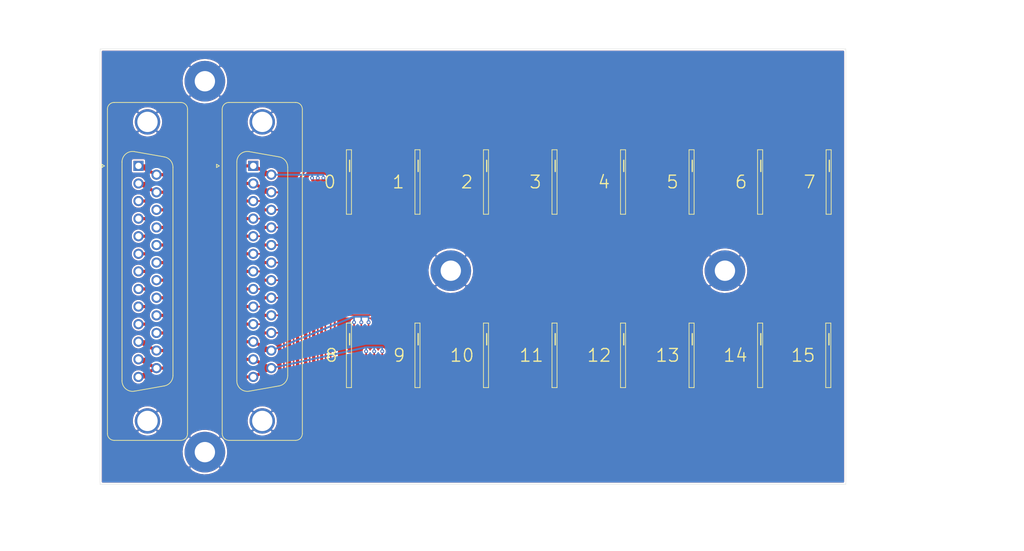
<source format=kicad_pcb>
(kicad_pcb (version 20171130) (host pcbnew 5.1.5+dfsg1-2build2)
  (layers (0 F.Cu signal) (31 B.Cu signal) (34 B.Paste user) (35 F.Paste user) (36 B.SilkS user) (37 F.SilkS user) (38 B.Mask user) (39 F.Mask user) (44 Edge.Cuts user))
  (net 0 "")
  (net 1 GND)
  (net 2 VM8_15)
  (net 3 VP8_15)
  (net 4 L15)
  (net 5 L13)
  (net 6 L11)
  (net 7 L9)
  (net 8 L7)
  (net 9 L5)
  (net 10 L3)
  (net 11 L1)
  (net 12 VP0_7)
  (net 13 VM0_7)
  (net 14 L14)
  (net 15 L12)
  (net 16 L10)
  (net 17 L8)
  (net 18 L6)
  (net 19 L4)
  (net 20 L2)
  (net 21 L0)
  (module MountingHole:MountingHole_3.2mm_M3_Pad (layer F.Cu) (at 155.575 84.455)
    (fp_text reference H4 hide)
    (fp_text value MountingHole_Pad hide)
    (pad 1 thru_hole circle (at 0 0) (size 6.4 6.4) (drill 3.2) (layers *.Cu *.Mask) (net 1 GND))
  )
  (module MountingHole:MountingHole_3.2mm_M3_Pad (layer F.Cu) (at 73.66 113.03)
    (fp_text reference H3 hide)
    (fp_text value MountingHole_Pad hide)
    (pad 1 thru_hole circle (at 0 0) (size 6.4 6.4) (drill 3.2) (layers *.Cu *.Mask) (net 1 GND))
  )
  (module MountingHole:MountingHole_3.2mm_M3_Pad (layer F.Cu) (at 112.395 84.455)
    (fp_text reference H2 hide)
    (fp_text value MountingHole_Pad hide)
    (pad 1 thru_hole circle (at 0 0) (size 6.4 6.4) (drill 3.2) (layers *.Cu *.Mask) (net 1 GND))
  )
  (module MountingHole:MountingHole_3.2mm_M3_Pad (layer F.Cu) (at 73.66 54.61)
    (fp_text reference H1 hide)
    (fp_text value MountingHole_Pad hide)
    (pad 1 thru_hole circle (at 0 0) (size 6.4 6.4) (drill 3.2) (layers *.Cu *.Mask) (net 1 GND))
  )
  (module plc88:indicator_channel_in_i (layer F.Cu) (at 170.815 90.17)
    (fp_text reference J18 hide)
    (fp_text value indicator_channel_in_i hide)
    (fp_line (start 1.143 5.969) (end 1.143 4.191) (layer F.SilkS) (width 0.2))
    (fp_line (start 1.435 12.7) (end 1.435 2.54) (layer F.SilkS) (width 0.12))
    (fp_line (start 0.635 12.7) (end 1.435 12.7) (layer F.SilkS) (width 0.12))
    (fp_line (start 0.635 2.54) (end 1.435 2.54) (layer F.SilkS) (width 0.12))
    (fp_line (start 0.635 2.54) (end 0.635 12.7) (layer F.SilkS) (width 0.12))
    (fp_text user 15 (at -2.921 7.62) (layer F.SilkS) (effects (font (size 2 2) (thickness 0.2))))
    (pad 2 smd rect (at 2.0955 10.16) (size 1.27 1.524) (layers F.Cu F.Paste F.Mask) (net 4 L15))
    (pad 3 smd rect (at -0.0635 7.62) (size 1.27 5.08) (layers F.Cu F.Paste F.Mask) (net 2 VM8_15))
    (pad 1 smd rect (at 2.0955 5.08) (size 1.27 1.524) (layers F.Cu F.Paste F.Mask) (net 3 VP8_15))
  )
  (module plc88:indicator_channel_in_i (layer F.Cu) (at 160.0835 90.17)
    (fp_text reference J17 hide)
    (fp_text value indicator_channel_in_i hide)
    (fp_line (start 1.143 5.969) (end 1.143 4.191) (layer F.SilkS) (width 0.2))
    (fp_line (start 1.435 12.7) (end 1.435 2.54) (layer F.SilkS) (width 0.12))
    (fp_line (start 0.635 12.7) (end 1.435 12.7) (layer F.SilkS) (width 0.12))
    (fp_line (start 0.635 2.54) (end 1.435 2.54) (layer F.SilkS) (width 0.12))
    (fp_line (start 0.635 2.54) (end 0.635 12.7) (layer F.SilkS) (width 0.12))
    (fp_text user 14 (at -2.8575 7.62) (layer F.SilkS) (effects (font (size 2 2) (thickness 0.2))))
    (pad 2 smd rect (at 2.0955 10.16) (size 1.27 1.524) (layers F.Cu F.Paste F.Mask) (net 14 L14))
    (pad 3 smd rect (at -0.0635 7.62) (size 1.27 5.08) (layers F.Cu F.Paste F.Mask) (net 2 VM8_15))
    (pad 1 smd rect (at 2.0955 5.08) (size 1.27 1.524) (layers F.Cu F.Paste F.Mask) (net 3 VP8_15))
  )
  (module plc88:indicator_channel_in_i (layer F.Cu) (at 149.2885 90.17)
    (fp_text reference J16 hide)
    (fp_text value indicator_channel_in_i hide)
    (fp_line (start 1.143 5.969) (end 1.143 4.191) (layer F.SilkS) (width 0.2))
    (fp_line (start 1.435 12.7) (end 1.435 2.54) (layer F.SilkS) (width 0.12))
    (fp_line (start 0.635 12.7) (end 1.435 12.7) (layer F.SilkS) (width 0.12))
    (fp_line (start 0.635 2.54) (end 1.435 2.54) (layer F.SilkS) (width 0.12))
    (fp_line (start 0.635 2.54) (end 0.635 12.7) (layer F.SilkS) (width 0.12))
    (fp_text user 13 (at -2.7305 7.62) (layer F.SilkS) (effects (font (size 2 2) (thickness 0.2))))
    (pad 2 smd rect (at 2.0955 10.16) (size 1.27 1.524) (layers F.Cu F.Paste F.Mask) (net 5 L13))
    (pad 3 smd rect (at -0.0635 7.62) (size 1.27 5.08) (layers F.Cu F.Paste F.Mask) (net 2 VM8_15))
    (pad 1 smd rect (at 2.0955 5.08) (size 1.27 1.524) (layers F.Cu F.Paste F.Mask) (net 3 VP8_15))
  )
  (module plc88:indicator_channel_in_i (layer F.Cu) (at 138.4935 90.17)
    (fp_text reference J15 hide)
    (fp_text value indicator_channel_in_i hide)
    (fp_line (start 1.143 5.969) (end 1.143 4.191) (layer F.SilkS) (width 0.2))
    (fp_line (start 1.435 12.7) (end 1.435 2.54) (layer F.SilkS) (width 0.12))
    (fp_line (start 0.635 12.7) (end 1.435 12.7) (layer F.SilkS) (width 0.12))
    (fp_line (start 0.635 2.54) (end 1.435 2.54) (layer F.SilkS) (width 0.12))
    (fp_line (start 0.635 2.54) (end 0.635 12.7) (layer F.SilkS) (width 0.12))
    (fp_text user 12 (at -2.7305 7.62) (layer F.SilkS) (effects (font (size 2 2) (thickness 0.2))))
    (pad 2 smd rect (at 2.0955 10.16) (size 1.27 1.524) (layers F.Cu F.Paste F.Mask) (net 15 L12))
    (pad 3 smd rect (at -0.0635 7.62) (size 1.27 5.08) (layers F.Cu F.Paste F.Mask) (net 2 VM8_15))
    (pad 1 smd rect (at 2.0955 5.08) (size 1.27 1.524) (layers F.Cu F.Paste F.Mask) (net 3 VP8_15))
  )
  (module plc88:indicator_channel_in_i (layer F.Cu) (at 127.6985 90.17)
    (fp_text reference J14 hide)
    (fp_text value indicator_channel_in_i hide)
    (fp_line (start 1.143 5.969) (end 1.143 4.191) (layer F.SilkS) (width 0.2))
    (fp_line (start 1.435 12.7) (end 1.435 2.54) (layer F.SilkS) (width 0.12))
    (fp_line (start 0.635 12.7) (end 1.435 12.7) (layer F.SilkS) (width 0.12))
    (fp_line (start 0.635 2.54) (end 1.435 2.54) (layer F.SilkS) (width 0.12))
    (fp_line (start 0.635 2.54) (end 0.635 12.7) (layer F.SilkS) (width 0.12))
    (fp_text user 11 (at -2.6035 7.62) (layer F.SilkS) (effects (font (size 2 2) (thickness 0.2))))
    (pad 2 smd rect (at 2.0955 10.16) (size 1.27 1.524) (layers F.Cu F.Paste F.Mask) (net 6 L11))
    (pad 3 smd rect (at -0.0635 7.62) (size 1.27 5.08) (layers F.Cu F.Paste F.Mask) (net 2 VM8_15))
    (pad 1 smd rect (at 2.0955 5.08) (size 1.27 1.524) (layers F.Cu F.Paste F.Mask) (net 3 VP8_15))
  )
  (module plc88:indicator_channel_in_i (layer F.Cu) (at 116.9035 90.17)
    (fp_text reference J13 hide)
    (fp_text value indicator_channel_in_i hide)
    (fp_line (start 1.143 5.969) (end 1.143 4.191) (layer F.SilkS) (width 0.2))
    (fp_line (start 1.435 12.7) (end 1.435 2.54) (layer F.SilkS) (width 0.12))
    (fp_line (start 0.635 12.7) (end 1.435 12.7) (layer F.SilkS) (width 0.12))
    (fp_line (start 0.635 2.54) (end 1.435 2.54) (layer F.SilkS) (width 0.12))
    (fp_line (start 0.635 2.54) (end 0.635 12.7) (layer F.SilkS) (width 0.12))
    (fp_text user 10 (at -2.7305 7.62) (layer F.SilkS) (effects (font (size 2 2) (thickness 0.2))))
    (pad 2 smd rect (at 2.0955 10.16) (size 1.27 1.524) (layers F.Cu F.Paste F.Mask) (net 16 L10))
    (pad 3 smd rect (at -0.0635 7.62) (size 1.27 5.08) (layers F.Cu F.Paste F.Mask) (net 2 VM8_15))
    (pad 1 smd rect (at 2.0955 5.08) (size 1.27 1.524) (layers F.Cu F.Paste F.Mask) (net 3 VP8_15))
  )
  (module plc88:indicator_channel_in_i (layer F.Cu) (at 106.1085 90.17)
    (fp_text reference J12 hide)
    (fp_text value indicator_channel_in_i hide)
    (fp_line (start 1.143 5.969) (end 1.143 4.191) (layer F.SilkS) (width 0.2))
    (fp_line (start 1.435 12.7) (end 1.435 2.54) (layer F.SilkS) (width 0.12))
    (fp_line (start 0.635 12.7) (end 1.435 12.7) (layer F.SilkS) (width 0.12))
    (fp_line (start 0.635 2.54) (end 1.435 2.54) (layer F.SilkS) (width 0.12))
    (fp_line (start 0.635 2.54) (end 0.635 12.7) (layer F.SilkS) (width 0.12))
    (fp_text user 9 (at -1.8415 7.62) (layer F.SilkS) (effects (font (size 2 2) (thickness 0.2))))
    (pad 2 smd rect (at 2.0955 10.16) (size 1.27 1.524) (layers F.Cu F.Paste F.Mask) (net 7 L9))
    (pad 3 smd rect (at -0.0635 7.62) (size 1.27 5.08) (layers F.Cu F.Paste F.Mask) (net 2 VM8_15))
    (pad 1 smd rect (at 2.0955 5.08) (size 1.27 1.524) (layers F.Cu F.Paste F.Mask) (net 3 VP8_15))
  )
  (module plc88:indicator_channel_in_i (layer F.Cu) (at 95.3135 90.17)
    (fp_text reference J11 hide)
    (fp_text value indicator_channel_in_i hide)
    (fp_line (start 1.143 5.969) (end 1.143 4.191) (layer F.SilkS) (width 0.2))
    (fp_line (start 1.435 12.7) (end 1.435 2.54) (layer F.SilkS) (width 0.12))
    (fp_line (start 0.635 12.7) (end 1.435 12.7) (layer F.SilkS) (width 0.12))
    (fp_line (start 0.635 2.54) (end 1.435 2.54) (layer F.SilkS) (width 0.12))
    (fp_line (start 0.635 2.54) (end 0.635 12.7) (layer F.SilkS) (width 0.12))
    (fp_text user 8 (at -1.7145 7.62) (layer F.SilkS) (effects (font (size 2 2) (thickness 0.2))))
    (pad 2 smd rect (at 2.0955 10.16) (size 1.27 1.524) (layers F.Cu F.Paste F.Mask) (net 17 L8))
    (pad 3 smd rect (at -0.0635 7.62) (size 1.27 5.08) (layers F.Cu F.Paste F.Mask) (net 2 VM8_15))
    (pad 1 smd rect (at 2.0955 5.08) (size 1.27 1.524) (layers F.Cu F.Paste F.Mask) (net 3 VP8_15))
  )
  (module plc88:indicator_channel_in_i (layer F.Cu) (at 170.8785 62.865)
    (fp_text reference J10 hide)
    (fp_text value indicator_channel_in_i hide)
    (fp_line (start 1.143 5.969) (end 1.143 4.191) (layer F.SilkS) (width 0.2))
    (fp_line (start 1.435 12.7) (end 1.435 2.54) (layer F.SilkS) (width 0.12))
    (fp_line (start 0.635 12.7) (end 1.435 12.7) (layer F.SilkS) (width 0.12))
    (fp_line (start 0.635 2.54) (end 1.435 2.54) (layer F.SilkS) (width 0.12))
    (fp_line (start 0.635 2.54) (end 0.635 12.7) (layer F.SilkS) (width 0.12))
    (fp_text user 7 (at -1.9685 7.62) (layer F.SilkS) (effects (font (size 2 2) (thickness 0.2))))
    (pad 2 smd rect (at 2.0955 10.16) (size 1.27 1.524) (layers F.Cu F.Paste F.Mask) (net 8 L7))
    (pad 3 smd rect (at -0.0635 7.62) (size 1.27 5.08) (layers F.Cu F.Paste F.Mask) (net 13 VM0_7))
    (pad 1 smd rect (at 2.0955 5.08) (size 1.27 1.524) (layers F.Cu F.Paste F.Mask) (net 12 VP0_7))
  )
  (module plc88:indicator_channel_in_i (layer F.Cu) (at 160.0835 62.865)
    (fp_text reference J9 hide)
    (fp_text value indicator_channel_in_i hide)
    (fp_line (start 1.143 5.969) (end 1.143 4.191) (layer F.SilkS) (width 0.2))
    (fp_line (start 1.435 12.7) (end 1.435 2.54) (layer F.SilkS) (width 0.12))
    (fp_line (start 0.635 12.7) (end 1.435 12.7) (layer F.SilkS) (width 0.12))
    (fp_line (start 0.635 2.54) (end 1.435 2.54) (layer F.SilkS) (width 0.12))
    (fp_line (start 0.635 2.54) (end 0.635 12.7) (layer F.SilkS) (width 0.12))
    (fp_text user 6 (at -1.9685 7.62) (layer F.SilkS) (effects (font (size 2 2) (thickness 0.2))))
    (pad 2 smd rect (at 2.0955 10.16) (size 1.27 1.524) (layers F.Cu F.Paste F.Mask) (net 18 L6))
    (pad 3 smd rect (at -0.0635 7.62) (size 1.27 5.08) (layers F.Cu F.Paste F.Mask) (net 13 VM0_7))
    (pad 1 smd rect (at 2.0955 5.08) (size 1.27 1.524) (layers F.Cu F.Paste F.Mask) (net 12 VP0_7))
  )
  (module plc88:indicator_channel_in_i (layer F.Cu) (at 149.2885 62.865)
    (fp_text reference J8 hide)
    (fp_text value indicator_channel_in_i hide)
    (fp_line (start 1.143 5.969) (end 1.143 4.191) (layer F.SilkS) (width 0.2))
    (fp_line (start 1.435 12.7) (end 1.435 2.54) (layer F.SilkS) (width 0.12))
    (fp_line (start 0.635 12.7) (end 1.435 12.7) (layer F.SilkS) (width 0.12))
    (fp_line (start 0.635 2.54) (end 1.435 2.54) (layer F.SilkS) (width 0.12))
    (fp_line (start 0.635 2.54) (end 0.635 12.7) (layer F.SilkS) (width 0.12))
    (fp_text user 5 (at -1.9685 7.62) (layer F.SilkS) (effects (font (size 2 2) (thickness 0.2))))
    (pad 2 smd rect (at 2.0955 10.16) (size 1.27 1.524) (layers F.Cu F.Paste F.Mask) (net 9 L5))
    (pad 3 smd rect (at -0.0635 7.62) (size 1.27 5.08) (layers F.Cu F.Paste F.Mask) (net 13 VM0_7))
    (pad 1 smd rect (at 2.0955 5.08) (size 1.27 1.524) (layers F.Cu F.Paste F.Mask) (net 12 VP0_7))
  )
  (module plc88:indicator_channel_in_i (layer F.Cu) (at 138.4935 62.865)
    (fp_text reference J7 hide)
    (fp_text value indicator_channel_in_i hide)
    (fp_line (start 1.143 5.969) (end 1.143 4.191) (layer F.SilkS) (width 0.2))
    (fp_line (start 1.435 12.7) (end 1.435 2.54) (layer F.SilkS) (width 0.12))
    (fp_line (start 0.635 12.7) (end 1.435 12.7) (layer F.SilkS) (width 0.12))
    (fp_line (start 0.635 2.54) (end 1.435 2.54) (layer F.SilkS) (width 0.12))
    (fp_line (start 0.635 2.54) (end 0.635 12.7) (layer F.SilkS) (width 0.12))
    (fp_text user 4 (at -1.9685 7.62) (layer F.SilkS) (effects (font (size 2 2) (thickness 0.2))))
    (pad 2 smd rect (at 2.0955 10.16) (size 1.27 1.524) (layers F.Cu F.Paste F.Mask) (net 19 L4))
    (pad 3 smd rect (at -0.0635 7.62) (size 1.27 5.08) (layers F.Cu F.Paste F.Mask) (net 13 VM0_7))
    (pad 1 smd rect (at 2.0955 5.08) (size 1.27 1.524) (layers F.Cu F.Paste F.Mask) (net 12 VP0_7))
  )
  (module plc88:indicator_channel_in_i (layer F.Cu) (at 127.6985 62.865)
    (fp_text reference J6 hide)
    (fp_text value indicator_channel_in_i hide)
    (fp_line (start 1.143 5.969) (end 1.143 4.191) (layer F.SilkS) (width 0.2))
    (fp_line (start 1.435 12.7) (end 1.435 2.54) (layer F.SilkS) (width 0.12))
    (fp_line (start 0.635 12.7) (end 1.435 12.7) (layer F.SilkS) (width 0.12))
    (fp_line (start 0.635 2.54) (end 1.435 2.54) (layer F.SilkS) (width 0.12))
    (fp_line (start 0.635 2.54) (end 0.635 12.7) (layer F.SilkS) (width 0.12))
    (fp_text user 3 (at -1.9685 7.62) (layer F.SilkS) (effects (font (size 2 2) (thickness 0.2))))
    (pad 2 smd rect (at 2.0955 10.16) (size 1.27 1.524) (layers F.Cu F.Paste F.Mask) (net 10 L3))
    (pad 3 smd rect (at -0.0635 7.62) (size 1.27 5.08) (layers F.Cu F.Paste F.Mask) (net 13 VM0_7))
    (pad 1 smd rect (at 2.0955 5.08) (size 1.27 1.524) (layers F.Cu F.Paste F.Mask) (net 12 VP0_7))
  )
  (module plc88:indicator_channel_in_i (layer F.Cu) (at 116.9035 62.865)
    (fp_text reference J5 hide)
    (fp_text value indicator_channel_in_i hide)
    (fp_line (start 1.143 5.969) (end 1.143 4.191) (layer F.SilkS) (width 0.2))
    (fp_line (start 1.435 12.7) (end 1.435 2.54) (layer F.SilkS) (width 0.12))
    (fp_line (start 0.635 12.7) (end 1.435 12.7) (layer F.SilkS) (width 0.12))
    (fp_line (start 0.635 2.54) (end 1.435 2.54) (layer F.SilkS) (width 0.12))
    (fp_line (start 0.635 2.54) (end 0.635 12.7) (layer F.SilkS) (width 0.12))
    (fp_text user 2 (at -1.9685 7.62) (layer F.SilkS) (effects (font (size 2 2) (thickness 0.2))))
    (pad 2 smd rect (at 2.0955 10.16) (size 1.27 1.524) (layers F.Cu F.Paste F.Mask) (net 20 L2))
    (pad 3 smd rect (at -0.0635 7.62) (size 1.27 5.08) (layers F.Cu F.Paste F.Mask) (net 13 VM0_7))
    (pad 1 smd rect (at 2.0955 5.08) (size 1.27 1.524) (layers F.Cu F.Paste F.Mask) (net 12 VP0_7))
  )
  (module plc88:indicator_channel_in_i (layer F.Cu) (at 106.1085 62.865)
    (fp_text reference J4 hide)
    (fp_text value indicator_channel_in_i hide)
    (fp_line (start 1.143 5.969) (end 1.143 4.191) (layer F.SilkS) (width 0.2))
    (fp_line (start 1.435 12.7) (end 1.435 2.54) (layer F.SilkS) (width 0.12))
    (fp_line (start 0.635 12.7) (end 1.435 12.7) (layer F.SilkS) (width 0.12))
    (fp_line (start 0.635 2.54) (end 1.435 2.54) (layer F.SilkS) (width 0.12))
    (fp_line (start 0.635 2.54) (end 0.635 12.7) (layer F.SilkS) (width 0.12))
    (fp_text user 1 (at -1.9685 7.62) (layer F.SilkS) (effects (font (size 2 2) (thickness 0.2))))
    (pad 2 smd rect (at 2.0955 10.16) (size 1.27 1.524) (layers F.Cu F.Paste F.Mask) (net 11 L1))
    (pad 3 smd rect (at -0.0635 7.62) (size 1.27 5.08) (layers F.Cu F.Paste F.Mask) (net 13 VM0_7))
    (pad 1 smd rect (at 2.0955 5.08) (size 1.27 1.524) (layers F.Cu F.Paste F.Mask) (net 12 VP0_7))
  )
  (module plc88:indicator_channel_in_i (layer F.Cu) (at 95.3135 62.865)
    (fp_text reference J3 hide)
    (fp_text value indicator_channel_in_i hide)
    (fp_line (start 1.143 5.969) (end 1.143 4.191) (layer F.SilkS) (width 0.2))
    (fp_line (start 1.435 12.7) (end 1.435 2.54) (layer F.SilkS) (width 0.12))
    (fp_line (start 0.635 12.7) (end 1.435 12.7) (layer F.SilkS) (width 0.12))
    (fp_line (start 0.635 2.54) (end 1.435 2.54) (layer F.SilkS) (width 0.12))
    (fp_line (start 0.635 2.54) (end 0.635 12.7) (layer F.SilkS) (width 0.12))
    (fp_text user 0 (at -1.9685 7.62) (layer F.SilkS) (effects (font (size 2 2) (thickness 0.2))))
    (pad 2 smd rect (at 2.0955 10.16) (size 1.27 1.524) (layers F.Cu F.Paste F.Mask) (net 21 L0))
    (pad 3 smd rect (at -0.0635 7.62) (size 1.27 5.08) (layers F.Cu F.Paste F.Mask) (net 13 VM0_7))
    (pad 1 smd rect (at 2.0955 5.08) (size 1.27 1.524) (layers F.Cu F.Paste F.Mask) (net 12 VP0_7))
  )
  (module Connector_Dsub:DSUB-25_Female_Vertical_P2.77x2.84mm_MountingHoles (layer F.Cu) (at 81.28 67.945 90)
    (fp_text reference J2 hide)
    (fp_text value DB25_Female_MountingHoles hide)
    (fp_line (start -35.48647 -0.641744) (end -34.657733 4.058256) (layer F.SilkS) (width 0.12))
    (fp_line (start 2.24647 -0.641744) (end 1.417733 4.058256) (layer F.SilkS) (width 0.12))
    (fp_line (start -33.022952 5.43) (end -0.217048 5.43) (layer F.SilkS) (width 0.12))
    (fp_line (start -33.851689 -2.59) (end 0.611689 -2.59) (layer F.SilkS) (width 0.12))
    (fp_line (start 0 -5.351325) (end -0.25 -5.784338) (layer F.SilkS) (width 0.12))
    (fp_line (start 0.25 -5.784338) (end 0 -5.351325) (layer F.SilkS) (width 0.12))
    (fp_line (start -0.25 -5.784338) (end 0.25 -5.784338) (layer F.SilkS) (width 0.12))
    (fp_line (start -43.23 6.67) (end -43.23 -3.83) (layer F.SilkS) (width 0.12))
    (fp_line (start 8.93 7.73) (end -42.17 7.73) (layer F.SilkS) (width 0.12))
    (fp_line (start 9.99 -3.83) (end 9.99 6.67) (layer F.SilkS) (width 0.12))
    (fp_line (start -42.17 -4.89) (end 8.93 -4.89) (layer F.SilkS) (width 0.12))
    (fp_arc (start -0.217048 3.77) (end -0.217048 5.43) (angle -80) (layer F.SilkS) (width 0.12))
    (fp_arc (start -33.022952 3.77) (end -33.022952 5.43) (angle 80) (layer F.SilkS) (width 0.12))
    (fp_arc (start 0.611689 -0.93) (end 0.611689 -2.59) (angle 100) (layer F.SilkS) (width 0.12))
    (fp_arc (start -33.851689 -0.93) (end -33.851689 -2.59) (angle -100) (layer F.SilkS) (width 0.12))
    (fp_arc (start 8.93 6.67) (end 9.99 6.67) (angle 90) (layer F.SilkS) (width 0.12))
    (fp_arc (start -42.17 6.67) (end -43.23 6.67) (angle -90) (layer F.SilkS) (width 0.12))
    (fp_arc (start 8.93 -3.83) (end 8.93 -4.89) (angle 90) (layer F.SilkS) (width 0.12))
    (fp_arc (start -42.17 -3.83) (end -43.23 -3.83) (angle 90) (layer F.SilkS) (width 0.12))
    (pad 0 thru_hole circle (at 6.93 1.42 90) (size 4 4) (drill 3.2) (layers *.Cu *.Mask) (net 1 GND))
    (pad 0 thru_hole circle (at -40.17 1.42 90) (size 4 4) (drill 3.2) (layers *.Cu *.Mask) (net 1 GND))
    (pad 25 thru_hole circle (at -31.855 2.84 90) (size 1.6 1.6) (drill 1) (layers *.Cu *.Mask) (net 2 VM8_15))
    (pad 24 thru_hole circle (at -29.085 2.84 90) (size 1.6 1.6) (drill 1) (layers *.Cu *.Mask) (net 3 VP8_15))
    (pad 23 thru_hole circle (at -26.315 2.84 90) (size 1.6 1.6) (drill 1) (layers *.Cu *.Mask) (net 4 L15))
    (pad 22 thru_hole circle (at -23.545 2.84 90) (size 1.6 1.6) (drill 1) (layers *.Cu *.Mask) (net 5 L13))
    (pad 21 thru_hole circle (at -20.775 2.84 90) (size 1.6 1.6) (drill 1) (layers *.Cu *.Mask) (net 6 L11))
    (pad 20 thru_hole circle (at -18.005 2.84 90) (size 1.6 1.6) (drill 1) (layers *.Cu *.Mask) (net 7 L9))
    (pad 19 thru_hole circle (at -15.235 2.84 90) (size 1.6 1.6) (drill 1) (layers *.Cu *.Mask) (net 8 L7))
    (pad 18 thru_hole circle (at -12.465 2.84 90) (size 1.6 1.6) (drill 1) (layers *.Cu *.Mask) (net 9 L5))
    (pad 17 thru_hole circle (at -9.695 2.84 90) (size 1.6 1.6) (drill 1) (layers *.Cu *.Mask) (net 10 L3))
    (pad 16 thru_hole circle (at -6.925 2.84 90) (size 1.6 1.6) (drill 1) (layers *.Cu *.Mask) (net 11 L1))
    (pad 15 thru_hole circle (at -4.155 2.84 90) (size 1.6 1.6) (drill 1) (layers *.Cu *.Mask) (net 12 VP0_7))
    (pad 14 thru_hole circle (at -1.385 2.84 90) (size 1.6 1.6) (drill 1) (layers *.Cu *.Mask) (net 13 VM0_7))
    (pad 13 thru_hole circle (at -33.24 0 90) (size 1.6 1.6) (drill 1) (layers *.Cu *.Mask) (net 2 VM8_15))
    (pad 12 thru_hole circle (at -30.47 0 90) (size 1.6 1.6) (drill 1) (layers *.Cu *.Mask) (net 2 VM8_15))
    (pad 11 thru_hole circle (at -27.7 0 90) (size 1.6 1.6) (drill 1) (layers *.Cu *.Mask) (net 3 VP8_15))
    (pad 10 thru_hole circle (at -24.93 0 90) (size 1.6 1.6) (drill 1) (layers *.Cu *.Mask) (net 14 L14))
    (pad 9 thru_hole circle (at -22.16 0 90) (size 1.6 1.6) (drill 1) (layers *.Cu *.Mask) (net 15 L12))
    (pad 8 thru_hole circle (at -19.39 0 90) (size 1.6 1.6) (drill 1) (layers *.Cu *.Mask) (net 16 L10))
    (pad 7 thru_hole circle (at -16.62 0 90) (size 1.6 1.6) (drill 1) (layers *.Cu *.Mask) (net 17 L8))
    (pad 6 thru_hole circle (at -13.85 0 90) (size 1.6 1.6) (drill 1) (layers *.Cu *.Mask) (net 18 L6))
    (pad 5 thru_hole circle (at -11.08 0 90) (size 1.6 1.6) (drill 1) (layers *.Cu *.Mask) (net 19 L4))
    (pad 4 thru_hole circle (at -8.31 0 90) (size 1.6 1.6) (drill 1) (layers *.Cu *.Mask) (net 20 L2))
    (pad 3 thru_hole circle (at -5.54 0 90) (size 1.6 1.6) (drill 1) (layers *.Cu *.Mask) (net 21 L0))
    (pad 2 thru_hole circle (at -2.77 0 90) (size 1.6 1.6) (drill 1) (layers *.Cu *.Mask) (net 12 VP0_7))
    (pad 1 thru_hole rect (at 0 0 90) (size 1.6 1.6) (drill 1) (layers *.Cu *.Mask) (net 13 VM0_7))
  )
  (module Connector_Dsub:DSUB-25_Female_Vertical_P2.77x2.84mm_MountingHoles (layer F.Cu) (at 63.2 67.945 90)
    (fp_text reference J1 hide)
    (fp_text value DB25_Female_MountingHoles hide)
    (fp_line (start -35.48647 -0.641744) (end -34.657733 4.058256) (layer F.SilkS) (width 0.12))
    (fp_line (start 2.24647 -0.641744) (end 1.417733 4.058256) (layer F.SilkS) (width 0.12))
    (fp_line (start -33.022952 5.43) (end -0.217048 5.43) (layer F.SilkS) (width 0.12))
    (fp_line (start -33.851689 -2.59) (end 0.611689 -2.59) (layer F.SilkS) (width 0.12))
    (fp_line (start 0 -5.351325) (end -0.25 -5.784338) (layer F.SilkS) (width 0.12))
    (fp_line (start 0.25 -5.784338) (end 0 -5.351325) (layer F.SilkS) (width 0.12))
    (fp_line (start -0.25 -5.784338) (end 0.25 -5.784338) (layer F.SilkS) (width 0.12))
    (fp_line (start -43.23 6.67) (end -43.23 -3.83) (layer F.SilkS) (width 0.12))
    (fp_line (start 8.93 7.73) (end -42.17 7.73) (layer F.SilkS) (width 0.12))
    (fp_line (start 9.99 -3.83) (end 9.99 6.67) (layer F.SilkS) (width 0.12))
    (fp_line (start -42.17 -4.89) (end 8.93 -4.89) (layer F.SilkS) (width 0.12))
    (fp_arc (start -0.217048 3.77) (end -0.217048 5.43) (angle -80) (layer F.SilkS) (width 0.12))
    (fp_arc (start -33.022952 3.77) (end -33.022952 5.43) (angle 80) (layer F.SilkS) (width 0.12))
    (fp_arc (start 0.611689 -0.93) (end 0.611689 -2.59) (angle 100) (layer F.SilkS) (width 0.12))
    (fp_arc (start -33.851689 -0.93) (end -33.851689 -2.59) (angle -100) (layer F.SilkS) (width 0.12))
    (fp_arc (start 8.93 6.67) (end 9.99 6.67) (angle 90) (layer F.SilkS) (width 0.12))
    (fp_arc (start -42.17 6.67) (end -43.23 6.67) (angle -90) (layer F.SilkS) (width 0.12))
    (fp_arc (start 8.93 -3.83) (end 8.93 -4.89) (angle 90) (layer F.SilkS) (width 0.12))
    (fp_arc (start -42.17 -3.83) (end -43.23 -3.83) (angle 90) (layer F.SilkS) (width 0.12))
    (pad 0 thru_hole circle (at 6.93 1.42 90) (size 4 4) (drill 3.2) (layers *.Cu *.Mask) (net 1 GND))
    (pad 0 thru_hole circle (at -40.17 1.42 90) (size 4 4) (drill 3.2) (layers *.Cu *.Mask) (net 1 GND))
    (pad 25 thru_hole circle (at -31.855 2.84 90) (size 1.6 1.6) (drill 1) (layers *.Cu *.Mask) (net 2 VM8_15))
    (pad 24 thru_hole circle (at -29.085 2.84 90) (size 1.6 1.6) (drill 1) (layers *.Cu *.Mask) (net 3 VP8_15))
    (pad 23 thru_hole circle (at -26.315 2.84 90) (size 1.6 1.6) (drill 1) (layers *.Cu *.Mask) (net 4 L15))
    (pad 22 thru_hole circle (at -23.545 2.84 90) (size 1.6 1.6) (drill 1) (layers *.Cu *.Mask) (net 5 L13))
    (pad 21 thru_hole circle (at -20.775 2.84 90) (size 1.6 1.6) (drill 1) (layers *.Cu *.Mask) (net 6 L11))
    (pad 20 thru_hole circle (at -18.005 2.84 90) (size 1.6 1.6) (drill 1) (layers *.Cu *.Mask) (net 7 L9))
    (pad 19 thru_hole circle (at -15.235 2.84 90) (size 1.6 1.6) (drill 1) (layers *.Cu *.Mask) (net 8 L7))
    (pad 18 thru_hole circle (at -12.465 2.84 90) (size 1.6 1.6) (drill 1) (layers *.Cu *.Mask) (net 9 L5))
    (pad 17 thru_hole circle (at -9.695 2.84 90) (size 1.6 1.6) (drill 1) (layers *.Cu *.Mask) (net 10 L3))
    (pad 16 thru_hole circle (at -6.925 2.84 90) (size 1.6 1.6) (drill 1) (layers *.Cu *.Mask) (net 11 L1))
    (pad 15 thru_hole circle (at -4.155 2.84 90) (size 1.6 1.6) (drill 1) (layers *.Cu *.Mask) (net 12 VP0_7))
    (pad 14 thru_hole circle (at -1.385 2.84 90) (size 1.6 1.6) (drill 1) (layers *.Cu *.Mask) (net 13 VM0_7))
    (pad 13 thru_hole circle (at -33.24 0 90) (size 1.6 1.6) (drill 1) (layers *.Cu *.Mask) (net 2 VM8_15))
    (pad 12 thru_hole circle (at -30.47 0 90) (size 1.6 1.6) (drill 1) (layers *.Cu *.Mask) (net 2 VM8_15))
    (pad 11 thru_hole circle (at -27.7 0 90) (size 1.6 1.6) (drill 1) (layers *.Cu *.Mask) (net 3 VP8_15))
    (pad 10 thru_hole circle (at -24.93 0 90) (size 1.6 1.6) (drill 1) (layers *.Cu *.Mask) (net 14 L14))
    (pad 9 thru_hole circle (at -22.16 0 90) (size 1.6 1.6) (drill 1) (layers *.Cu *.Mask) (net 15 L12))
    (pad 8 thru_hole circle (at -19.39 0 90) (size 1.6 1.6) (drill 1) (layers *.Cu *.Mask) (net 16 L10))
    (pad 7 thru_hole circle (at -16.62 0 90) (size 1.6 1.6) (drill 1) (layers *.Cu *.Mask) (net 17 L8))
    (pad 6 thru_hole circle (at -13.85 0 90) (size 1.6 1.6) (drill 1) (layers *.Cu *.Mask) (net 18 L6))
    (pad 5 thru_hole circle (at -11.08 0 90) (size 1.6 1.6) (drill 1) (layers *.Cu *.Mask) (net 19 L4))
    (pad 4 thru_hole circle (at -8.31 0 90) (size 1.6 1.6) (drill 1) (layers *.Cu *.Mask) (net 20 L2))
    (pad 3 thru_hole circle (at -5.54 0 90) (size 1.6 1.6) (drill 1) (layers *.Cu *.Mask) (net 21 L0))
    (pad 2 thru_hole circle (at -2.77 0 90) (size 1.6 1.6) (drill 1) (layers *.Cu *.Mask) (net 12 VP0_7))
    (pad 1 thru_hole rect (at 0 0 90) (size 1.6 1.6) (drill 1) (layers *.Cu *.Mask) (net 13 VM0_7))
  )
  (gr_line (start 57.15 118.11) (end 57.15 49.53) (layer Edge.Cuts) (width 0.05))
  (gr_line (start 174.625 118.11) (end 57.15 118.11) (layer Edge.Cuts) (width 0.05))
  (gr_line (start 174.625 49.53) (end 174.625 118.11) (layer Edge.Cuts) (width 0.05))
  (gr_line (start 57.15 49.53) (end 174.625 49.53) (layer Edge.Cuts) (width 0.05))
  (segment (start 95.25 97.79) (end 99.06 97.79) (width 0.3) (layer F.Cu) (net 2))
  (segment (start 99.06 97.79) (end 100.33 97.79) (width 0.3) (layer F.Cu) (net 2))
  (segment (start 100.33 97.79) (end 101.6 97.79) (width 0.3) (layer F.Cu) (net 2))
  (segment (start 101.6 97.79) (end 170.7515 97.79) (width 0.3) (layer F.Cu) (net 2))
  (segment (start 101.6 97.79) (end 101.6 97.155) (width 0.25) (layer F.Cu) (net 2))
  (segment (start 100.33 97.79) (end 100.33 97.155) (width 0.25) (layer F.Cu) (net 2))
  (segment (start 99.06 97.79) (end 99.06 97.155) (width 0.25) (layer F.Cu) (net 2))
  (segment (start 101.6 97.155) (end 101.6 97.155) (width 0.25) (layer F.Cu) (net 2))
  (via (at 101.6 97.155) (size 0.6) (drill 0.3) (layers F.Cu B.Cu) (net 2))
  (segment (start 100.33 97.155) (end 100.33 97.155) (width 0.25) (layer F.Cu) (net 2))
  (via (at 100.33 97.155) (size 0.6) (drill 0.3) (layers F.Cu B.Cu) (net 2))
  (segment (start 99.06 97.155) (end 99.06 97.155) (width 0.25) (layer F.Cu) (net 2))
  (via (at 99.06 97.155) (size 0.6) (drill 0.3) (layers F.Cu B.Cu) (net 2))
  (segment (start 101.6 97.155) (end 101.6 96.52) (width 0.25) (layer B.Cu) (net 2))
  (segment (start 100.33 97.155) (end 100.33 96.52) (width 0.25) (layer B.Cu) (net 2))
  (segment (start 99.06 97.155) (end 99.06 96.52) (width 0.25) (layer B.Cu) (net 2))
  (segment (start 101.6 96.52) (end 99.06 96.52) (width 0.3) (layer B.Cu) (net 2))
  (segment (start 99.06 96.52) (end 84.12 99.8) (width 0.3) (layer B.Cu) (net 2))
  (segment (start 81.28 98.415) (end 84.12 99.8) (width 0.5) (layer F.Cu) (net 2))
  (segment (start 84.12 99.8) (end 81.28 101.185) (width 0.5) (layer F.Cu) (net 2))
  (segment (start 81.28 101.185) (end 63.2 101.185) (width 0.5) (layer F.Cu) (net 2))
  (segment (start 63.2 98.415) (end 81.28 98.415) (width 0.5) (layer F.Cu) (net 2))
  (segment (start 63.2 98.415) (end 66.04 99.8) (width 0.5) (layer F.Cu) (net 2))
  (segment (start 66.04 99.8) (end 63.2 101.185) (width 0.5) (layer F.Cu) (net 2))
  (segment (start 66.04 99.8) (end 84.12 99.8) (width 0.5) (layer F.Cu) (net 2))
  (segment (start 97.409 93.345) (end 97.409 95.25) (width 0.25) (layer F.Cu) (net 3))
  (segment (start 97.79 93.345) (end 97.409 93.345) (width 0.3) (layer F.Cu) (net 3))
  (segment (start 97.409 93.345) (end 97.155 93.345) (width 0.3) (layer F.Cu) (net 3))
  (segment (start 118.999 93.345) (end 118.999 95.25) (width 0.25) (layer F.Cu) (net 3))
  (segment (start 118.999 93.345) (end 108.077 93.345) (width 0.3) (layer F.Cu) (net 3))
  (segment (start 129.794 93.345) (end 129.794 95.25) (width 0.25) (layer F.Cu) (net 3))
  (segment (start 129.794 93.345) (end 118.999 93.345) (width 0.3) (layer F.Cu) (net 3))
  (segment (start 140.589 93.345) (end 140.589 95.25) (width 0.25) (layer F.Cu) (net 3))
  (segment (start 140.589 93.345) (end 129.794 93.345) (width 0.3) (layer F.Cu) (net 3))
  (segment (start 151.384 93.345) (end 151.384 95.25) (width 0.25) (layer F.Cu) (net 3))
  (segment (start 151.384 93.345) (end 140.589 93.345) (width 0.3) (layer F.Cu) (net 3))
  (segment (start 162.179 93.345) (end 162.179 95.25) (width 0.25) (layer F.Cu) (net 3))
  (segment (start 162.179 93.345) (end 151.384 93.345) (width 0.3) (layer F.Cu) (net 3))
  (segment (start 172.974 93.345) (end 162.179 93.345) (width 0.3) (layer F.Cu) (net 3))
  (segment (start 172.974 93.345) (end 172.9105 95.25) (width 0.25) (layer F.Cu) (net 3))
  (segment (start 108.077 93.345) (end 108.204 95.25) (width 0.25) (layer F.Cu) (net 3))
  (segment (start 84.12 97.03) (end 97.155 91.694) (width 0.3) (layer B.Cu) (net 3))
  (segment (start 97.155 91.694) (end 98.298 91.694) (width 0.3) (layer B.Cu) (net 3))
  (segment (start 98.298 91.694) (end 99.441 91.694) (width 0.3) (layer B.Cu) (net 3))
  (segment (start 99.441 92.329) (end 99.441 92.329) (width 0.25) (layer B.Cu) (net 3))
  (segment (start 98.298 92.329) (end 98.298 92.329) (width 0.25) (layer B.Cu) (net 3))
  (segment (start 97.155 92.329) (end 97.155 92.329) (width 0.25) (layer B.Cu) (net 3))
  (segment (start 98.298 93.345) (end 97.79 93.345) (width 0.3) (layer F.Cu) (net 3))
  (segment (start 99.441 93.345) (end 98.298 93.345) (width 0.3) (layer F.Cu) (net 3))
  (segment (start 108.077 93.345) (end 99.441 93.345) (width 0.3) (layer F.Cu) (net 3))
  (segment (start 97.155 92.583) (end 97.155 93.345) (width 0.25) (layer F.Cu) (net 3))
  (segment (start 97.155 91.694) (end 97.155 92.583) (width 0.25) (layer B.Cu) (net 3))
  (via (at 97.155 92.583) (size 0.6) (drill 0.3) (layers F.Cu B.Cu) (net 3))
  (segment (start 98.298 92.583) (end 98.298 93.345) (width 0.25) (layer F.Cu) (net 3))
  (segment (start 98.298 91.694) (end 98.298 92.583) (width 0.25) (layer B.Cu) (net 3))
  (via (at 98.298 92.583) (size 0.6) (drill 0.3) (layers F.Cu B.Cu) (net 3))
  (segment (start 99.441 92.583) (end 99.441 93.345) (width 0.25) (layer F.Cu) (net 3))
  (segment (start 99.441 91.694) (end 99.441 92.583) (width 0.25) (layer B.Cu) (net 3))
  (via (at 99.441 92.583) (size 0.6) (drill 0.3) (layers F.Cu B.Cu) (net 3))
  (segment (start 66.04 97.03) (end 84.12 97.03) (width 0.5) (layer F.Cu) (net 3))
  (segment (start 81.28 95.645) (end 63.2 95.645) (width 0.5) (layer F.Cu) (net 3))
  (segment (start 63.2 95.645) (end 66.04 97.03) (width 0.5) (layer F.Cu) (net 3))
  (segment (start 81.28 95.645) (end 84.12 97.03) (width 0.5) (layer F.Cu) (net 3))
  (segment (start 86.106 94.234) (end 84.12 94.26) (width 0.25) (layer F.Cu) (net 4))
  (segment (start 86.106 109.855) (end 86.106 94.234) (width 0.25) (layer F.Cu) (net 4))
  (segment (start 167.64 109.855) (end 86.106 109.855) (width 0.25) (layer F.Cu) (net 4))
  (segment (start 172.9105 100.33) (end 167.64 109.855) (width 0.25) (layer F.Cu) (net 4))
  (segment (start 66.04 94.26) (end 84.12 94.26) (width 0.5) (layer F.Cu) (net 4))
  (segment (start 145.415 107.315) (end 151.384 100.33) (width 0.25) (layer F.Cu) (net 5))
  (segment (start 88.9 107.315) (end 145.415 107.315) (width 0.25) (layer F.Cu) (net 5))
  (segment (start 88.9 91.44) (end 88.9 107.315) (width 0.25) (layer F.Cu) (net 5))
  (segment (start 84.12 91.49) (end 88.9 91.44) (width 0.25) (layer F.Cu) (net 5))
  (segment (start 66.04 91.49) (end 84.12 91.49) (width 0.5) (layer F.Cu) (net 5))
  (segment (start 125.73 104.775) (end 129.794 100.33) (width 0.25) (layer F.Cu) (net 6))
  (segment (start 91.44 104.775) (end 125.73 104.775) (width 0.25) (layer F.Cu) (net 6))
  (segment (start 91.44 88.773) (end 91.44 104.775) (width 0.25) (layer F.Cu) (net 6))
  (segment (start 84.12 88.72) (end 91.44 88.773) (width 0.25) (layer F.Cu) (net 6))
  (segment (start 66.04 88.72) (end 84.12 88.72) (width 0.5) (layer F.Cu) (net 6))
  (segment (start 106.045 102.235) (end 108.204 100.33) (width 0.25) (layer F.Cu) (net 7))
  (segment (start 93.472 102.235) (end 106.045 102.235) (width 0.25) (layer F.Cu) (net 7))
  (segment (start 93.472 85.979) (end 93.472 102.235) (width 0.25) (layer F.Cu) (net 7))
  (segment (start 84.12 85.95) (end 93.472 85.979) (width 0.25) (layer F.Cu) (net 7))
  (segment (start 66.04 85.95) (end 84.12 85.95) (width 0.5) (layer F.Cu) (net 7))
  (segment (start 165.1 83.185) (end 172.974 73.025) (width 0.25) (layer F.Cu) (net 8))
  (segment (start 158.75 91.44) (end 165.1 83.185) (width 0.25) (layer F.Cu) (net 8))
  (segment (start 95.885 91.44) (end 158.75 91.44) (width 0.25) (layer F.Cu) (net 8))
  (segment (start 95.885 83.185) (end 95.885 91.44) (width 0.25) (layer F.Cu) (net 8))
  (segment (start 84.12 83.18) (end 95.885 83.185) (width 0.25) (layer F.Cu) (net 8))
  (segment (start 66.04 83.18) (end 84.12 83.18) (width 0.5) (layer F.Cu) (net 8))
  (segment (start 84.12 80.41) (end 132.334 80.391) (width 0.25) (layer F.Cu) (net 9))
  (segment (start 132.334 80.391) (end 145.542 80.391) (width 0.25) (layer F.Cu) (net 9))
  (segment (start 145.542 80.391) (end 151.384 73.025) (width 0.25) (layer F.Cu) (net 9))
  (segment (start 66.04 80.41) (end 84.12 80.41) (width 0.5) (layer F.Cu) (net 9))
  (segment (start 96.52 77.597) (end 125.73 77.597) (width 0.25) (layer F.Cu) (net 10))
  (segment (start 125.73 77.597) (end 129.794 73.025) (width 0.25) (layer F.Cu) (net 10))
  (segment (start 84.12 77.64) (end 96.52 77.597) (width 0.25) (layer F.Cu) (net 10))
  (segment (start 66.04 77.64) (end 84.12 77.64) (width 0.5) (layer F.Cu) (net 10))
  (segment (start 106.045 74.93) (end 108.204 73.025) (width 0.25) (layer F.Cu) (net 11))
  (segment (start 91.948 74.803) (end 95.25 74.93) (width 0.25) (layer F.Cu) (net 11))
  (segment (start 95.25 74.93) (end 106.045 74.93) (width 0.25) (layer F.Cu) (net 11))
  (segment (start 84.12 74.87) (end 91.948 74.803) (width 0.25) (layer F.Cu) (net 11))
  (segment (start 66.04 74.87) (end 84.12 74.87) (width 0.5) (layer F.Cu) (net 11))
  (segment (start 172.974 67.945) (end 172.847 66.04) (width 0.25) (layer F.Cu) (net 12))
  (segment (start 162.179 67.945) (end 162.179 66.04) (width 0.25) (layer F.Cu) (net 12))
  (segment (start 162.179 66.04) (end 172.847 66.04) (width 0.3) (layer F.Cu) (net 12))
  (segment (start 151.257 66.04) (end 162.179 66.04) (width 0.3) (layer F.Cu) (net 12))
  (segment (start 140.462 66.04) (end 151.257 66.04) (width 0.3) (layer F.Cu) (net 12))
  (segment (start 129.667 66.04) (end 140.462 66.04) (width 0.3) (layer F.Cu) (net 12))
  (segment (start 118.999 66.04) (end 118.999 67.945) (width 0.25) (layer F.Cu) (net 12))
  (segment (start 118.999 66.04) (end 129.667 66.04) (width 0.3) (layer F.Cu) (net 12))
  (segment (start 108.204 66.04) (end 108.204 67.945) (width 0.25) (layer F.Cu) (net 12))
  (segment (start 108.204 66.04) (end 118.999 66.04) (width 0.3) (layer F.Cu) (net 12))
  (segment (start 97.409 66.04) (end 97.409 67.945) (width 0.25) (layer F.Cu) (net 12))
  (segment (start 97.409 66.04) (end 108.204 66.04) (width 0.3) (layer F.Cu) (net 12))
  (segment (start 129.794 66.04) (end 129.794 67.945) (width 0.25) (layer F.Cu) (net 12))
  (segment (start 140.589 66.04) (end 140.589 67.945) (width 0.25) (layer F.Cu) (net 12))
  (segment (start 151.384 66.04) (end 151.384 67.945) (width 0.25) (layer F.Cu) (net 12))
  (segment (start 91.059 66.04) (end 97.409 66.04) (width 0.3) (layer F.Cu) (net 12))
  (segment (start 87.249 72.136) (end 91.059 66.04) (width 0.3) (layer F.Cu) (net 12))
  (segment (start 84.12 72.1) (end 87.249 72.136) (width 0.3) (layer F.Cu) (net 12))
  (segment (start 66.04 72.1) (end 84.12 72.1) (width 0.5) (layer F.Cu) (net 12))
  (segment (start 81.28 70.715) (end 63.2 70.715) (width 0.5) (layer F.Cu) (net 12))
  (segment (start 63.2 70.715) (end 66.04 72.1) (width 0.5) (layer F.Cu) (net 12))
  (segment (start 81.28 70.715) (end 84.12 72.1) (width 0.5) (layer F.Cu) (net 12))
  (segment (start 84.12 69.33) (end 89.662 69.342) (width 0.3) (layer B.Cu) (net 13))
  (segment (start 95.25 70.485) (end 106.045 70.485) (width 0.3) (layer F.Cu) (net 13))
  (segment (start 106.045 70.485) (end 170.815 70.485) (width 0.3) (layer F.Cu) (net 13))
  (segment (start 93.853 70.485) (end 92.71 70.231) (width 0.3) (layer F.Cu) (net 13))
  (segment (start 95.25 70.485) (end 93.853 70.485) (width 0.3) (layer F.Cu) (net 13))
  (segment (start 90.551 70.231) (end 90.551 69.85) (width 0.25) (layer F.Cu) (net 13))
  (segment (start 91.44 70.231) (end 91.44 69.85) (width 0.25) (layer F.Cu) (net 13))
  (segment (start 91.44 70.231) (end 90.551 70.231) (width 0.3) (layer F.Cu) (net 13))
  (segment (start 92.329 70.231) (end 92.329 69.85) (width 0.25) (layer F.Cu) (net 13))
  (segment (start 92.71 70.231) (end 92.329 70.231) (width 0.3) (layer F.Cu) (net 13))
  (segment (start 92.329 70.231) (end 91.44 70.231) (width 0.3) (layer F.Cu) (net 13))
  (segment (start 92.329 69.85) (end 92.329 69.85) (width 0.25) (layer F.Cu) (net 13))
  (via (at 92.329 69.85) (size 0.6) (drill 0.3) (layers F.Cu B.Cu) (net 13))
  (segment (start 91.44 69.85) (end 91.44 69.85) (width 0.25) (layer F.Cu) (net 13))
  (via (at 91.44 69.85) (size 0.6) (drill 0.3) (layers F.Cu B.Cu) (net 13))
  (segment (start 90.551 69.85) (end 90.551 69.85) (width 0.25) (layer F.Cu) (net 13))
  (via (at 90.551 69.85) (size 0.6) (drill 0.3) (layers F.Cu B.Cu) (net 13))
  (segment (start 92.329 69.342) (end 92.329 69.85) (width 0.25) (layer B.Cu) (net 13))
  (segment (start 91.44 69.342) (end 91.44 69.85) (width 0.25) (layer B.Cu) (net 13))
  (segment (start 91.44 69.342) (end 92.329 69.342) (width 0.3) (layer B.Cu) (net 13))
  (segment (start 90.551 69.342) (end 90.551 69.85) (width 0.25) (layer B.Cu) (net 13))
  (segment (start 89.662 69.342) (end 90.551 69.342) (width 0.3) (layer B.Cu) (net 13))
  (segment (start 90.551 69.342) (end 91.44 69.342) (width 0.3) (layer B.Cu) (net 13))
  (segment (start 84.12 69.33) (end 66.04 69.33) (width 0.5) (layer F.Cu) (net 13))
  (segment (start 63.2 67.945) (end 81.28 67.945) (width 0.5) (layer F.Cu) (net 13))
  (segment (start 81.28 67.945) (end 84.12 69.33) (width 0.5) (layer F.Cu) (net 13))
  (segment (start 63.2 67.945) (end 66.04 69.33) (width 0.5) (layer F.Cu) (net 13))
  (segment (start 154.94 108.585) (end 162.179 100.33) (width 0.25) (layer F.Cu) (net 14))
  (segment (start 87.63 92.837) (end 87.63 108.585) (width 0.25) (layer F.Cu) (net 14))
  (segment (start 87.63 108.585) (end 154.94 108.585) (width 0.25) (layer F.Cu) (net 14))
  (segment (start 81.28 92.875) (end 87.63 92.837) (width 0.25) (layer F.Cu) (net 14))
  (segment (start 81.28 92.875) (end 63.2 92.875) (width 0.5) (layer F.Cu) (net 14))
  (segment (start 135.255 106.045) (end 140.589 100.33) (width 0.25) (layer F.Cu) (net 15))
  (segment (start 90.17 106.045) (end 135.255 106.045) (width 0.25) (layer F.Cu) (net 15))
  (segment (start 90.17 90.17) (end 90.17 106.045) (width 0.25) (layer F.Cu) (net 15))
  (segment (start 81.28 90.105) (end 90.17 90.17) (width 0.25) (layer F.Cu) (net 15))
  (segment (start 81.28 90.105) (end 63.2 90.105) (width 0.5) (layer F.Cu) (net 15))
  (segment (start 116.205 103.505) (end 118.999 100.33) (width 0.25) (layer F.Cu) (net 16))
  (segment (start 92.583 87.376) (end 92.71 103.505) (width 0.25) (layer F.Cu) (net 16))
  (segment (start 92.71 103.505) (end 116.205 103.505) (width 0.25) (layer F.Cu) (net 16))
  (segment (start 81.28 87.335) (end 92.583 87.376) (width 0.25) (layer F.Cu) (net 16))
  (segment (start 81.28 87.335) (end 63.2 87.335) (width 0.5) (layer F.Cu) (net 16))
  (segment (start 94.107 84.582) (end 81.28 84.565) (width 0.3) (layer F.Cu) (net 17))
  (segment (start 94.107 101.092) (end 94.107 84.582) (width 0.3) (layer F.Cu) (net 17))
  (segment (start 96.647 101.092) (end 94.107 101.092) (width 0.3) (layer F.Cu) (net 17))
  (segment (start 97.409 100.33) (end 96.647 101.092) (width 0.3) (layer F.Cu) (net 17))
  (segment (start 81.28 84.565) (end 63.2 84.565) (width 0.5) (layer F.Cu) (net 17))
  (segment (start 150.495 81.788) (end 162.179 73.025) (width 0.25) (layer F.Cu) (net 18))
  (segment (start 138.43 90.17) (end 150.495 81.788) (width 0.25) (layer F.Cu) (net 18))
  (segment (start 97.155 90.17) (end 138.43 90.17) (width 0.25) (layer F.Cu) (net 18))
  (segment (start 97.155 81.915) (end 97.155 90.17) (width 0.25) (layer F.Cu) (net 18))
  (segment (start 81.28 81.795) (end 97.155 81.915) (width 0.25) (layer F.Cu) (net 18))
  (segment (start 81.28 81.795) (end 63.2 81.795) (width 0.5) (layer F.Cu) (net 18))
  (segment (start 81.28 79.025) (end 98.933 78.994) (width 0.25) (layer F.Cu) (net 19))
  (segment (start 98.933 78.994) (end 122.047 78.867) (width 0.25) (layer F.Cu) (net 19))
  (segment (start 122.047 78.867) (end 135.89 78.867) (width 0.25) (layer F.Cu) (net 19))
  (segment (start 135.89 78.867) (end 140.589 73.025) (width 0.25) (layer F.Cu) (net 19))
  (segment (start 81.28 79.025) (end 63.2 79.025) (width 0.5) (layer F.Cu) (net 19))
  (segment (start 115.57 76.2) (end 118.999 73.025) (width 0.25) (layer F.Cu) (net 20))
  (segment (start 91.948 76.2) (end 115.57 76.2) (width 0.25) (layer F.Cu) (net 20))
  (segment (start 81.28 76.255) (end 91.948 76.2) (width 0.25) (layer F.Cu) (net 20))
  (segment (start 63.2 76.255) (end 81.28 76.255) (width 0.5) (layer F.Cu) (net 20))
  (segment (start 96.266 74.295) (end 97.409 73.025) (width 0.25) (layer F.Cu) (net 21))
  (segment (start 95.25 74.295) (end 96.266 74.295) (width 0.25) (layer F.Cu) (net 21))
  (segment (start 92.329 73.406) (end 95.25 74.295) (width 0.25) (layer F.Cu) (net 21))
  (segment (start 81.28 73.485) (end 92.329 73.406) (width 0.25) (layer F.Cu) (net 21))
  (segment (start 81.28 73.485) (end 63.2 73.485) (width 0.5) (layer F.Cu) (net 21))
  (zone (net 1) (net_name GND) (layer F.Cu) (connect_pads (clearance 0.254)) (min_thickness 0.254) (fill yes (arc_segments 32) (thermal_gap 0.3) (thermal_bridge_width 0.3))
    (polygon (pts (xy 180.848 128.651) (xy 51.816 126.492) (xy 53.594 44.958) (xy 179.451 44.196)))
  )
  (zone (net 1) (net_name GND) (layer B.Cu) (connect_pads (clearance 0.254)) (min_thickness 0.254) (fill yes (arc_segments 32) (thermal_gap 0.3) (thermal_bridge_width 0.3))
    (polygon (pts (xy 185.801 124.079) (xy 46.355 122.047) (xy 54.102 47.752) (xy 183.896 46.355)))
  )
)
</source>
